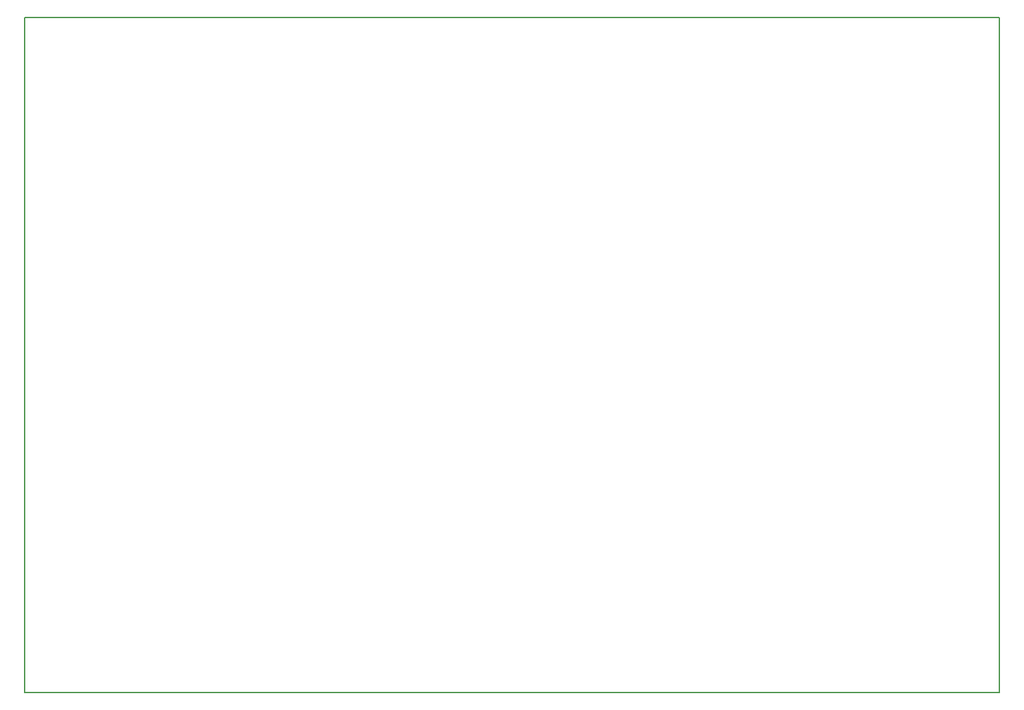
<source format=gbr>
%TF.GenerationSoftware,KiCad,Pcbnew,(5.1.7)-1*%
%TF.CreationDate,2021-03-24T00:49:07-05:00*%
%TF.ProjectId,duber,64756265-722e-46b6-9963-61645f706362,rev?*%
%TF.SameCoordinates,Original*%
%TF.FileFunction,Profile,NP*%
%FSLAX46Y46*%
G04 Gerber Fmt 4.6, Leading zero omitted, Abs format (unit mm)*
G04 Created by KiCad (PCBNEW (5.1.7)-1) date 2021-03-24 00:49:07*
%MOMM*%
%LPD*%
G01*
G04 APERTURE LIST*
%TA.AperFunction,Profile*%
%ADD10C,0.150000*%
%TD*%
G04 APERTURE END LIST*
D10*
X221890000Y-50800000D02*
X94710000Y-50800000D01*
X221890000Y-50800000D02*
X221890000Y-139050000D01*
X221890000Y-139050000D02*
X94710000Y-139050000D01*
X94710000Y-50800000D02*
X94710000Y-139050000D01*
M02*

</source>
